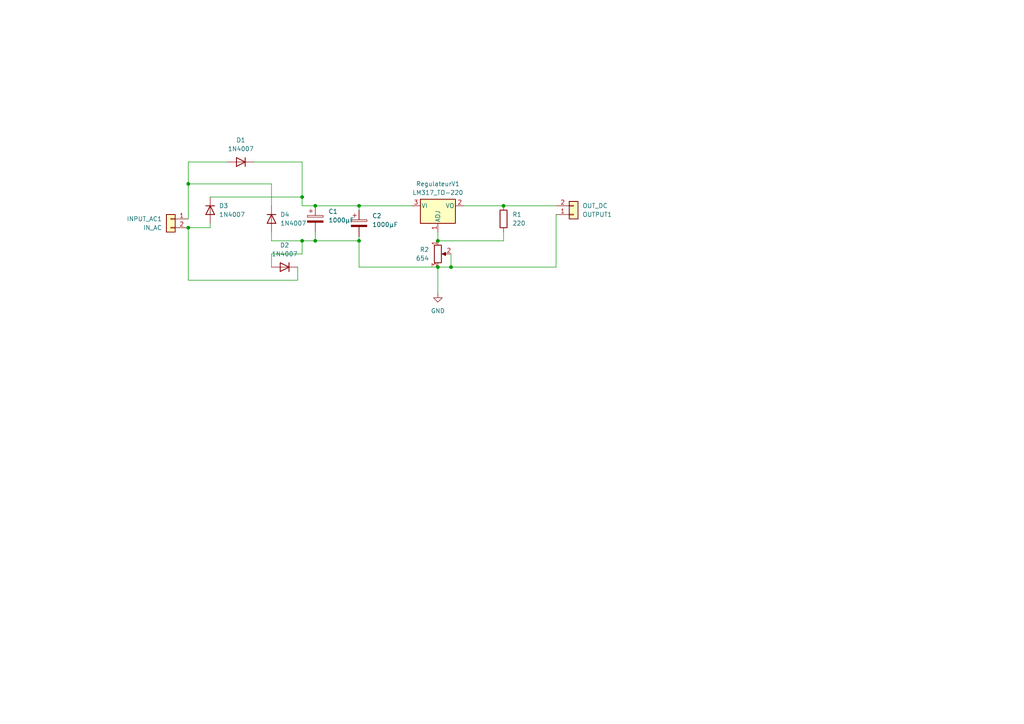
<source format=kicad_sch>
(kicad_sch
	(version 20231120)
	(generator "eeschema")
	(generator_version "8.0")
	(uuid "c44e61ec-4248-42a4-8230-7845d6bed7d8")
	(paper "A4")
	(title_block
		(title "Cicrcuit redresseur")
	)
	(lib_symbols
		(symbol "C_Polarized_1"
			(pin_numbers hide)
			(pin_names
				(offset 0.254)
			)
			(exclude_from_sim no)
			(in_bom yes)
			(on_board yes)
			(property "Reference" "C2"
				(at 3.81 2.1591 0)
				(effects
					(font
						(size 1.27 1.27)
					)
					(justify left)
				)
			)
			(property "Value" "1000μF"
				(at 3.81 -0.3809 0)
				(effects
					(font
						(size 1.27 1.27)
					)
					(justify left)
				)
			)
			(property "Footprint" "Capacitor_THT:CP_Radial_D13.0mm_P7.50mm"
				(at 0.9652 -3.81 0)
				(effects
					(font
						(size 1.27 1.27)
					)
					(hide yes)
				)
			)
			(property "Datasheet" "https://www.reboul.fr/storage/00008823.pdf"
				(at 0 0 0)
				(effects
					(font
						(size 1.27 1.27)
					)
					(hide yes)
				)
			)
			(property "Description" "Polarized capacitor"
				(at 0 0 0)
				(effects
					(font
						(size 1.27 1.27)
					)
					(hide yes)
				)
			)
			(property "ki_keywords" "cap capacitor"
				(at 0 0 0)
				(effects
					(font
						(size 1.27 1.27)
					)
					(hide yes)
				)
			)
			(property "ki_fp_filters" "CP_*"
				(at 0 0 0)
				(effects
					(font
						(size 1.27 1.27)
					)
					(hide yes)
				)
			)
			(symbol "C_Polarized_1_0_1"
				(rectangle
					(start -2.286 0.508)
					(end 2.286 1.016)
					(stroke
						(width 0)
						(type default)
					)
					(fill
						(type none)
					)
				)
				(polyline
					(pts
						(xy -1.778 2.286) (xy -0.762 2.286)
					)
					(stroke
						(width 0)
						(type default)
					)
					(fill
						(type none)
					)
				)
				(polyline
					(pts
						(xy -1.27 2.794) (xy -1.27 1.778)
					)
					(stroke
						(width 0)
						(type default)
					)
					(fill
						(type none)
					)
				)
				(rectangle
					(start 2.286 -0.508)
					(end -2.286 -1.016)
					(stroke
						(width 0)
						(type default)
					)
					(fill
						(type outline)
					)
				)
			)
			(symbol "C_Polarized_1_1_1"
				(pin passive line
					(at 0 3.81 270)
					(length 2.794)
					(name "~"
						(effects
							(font
								(size 1.27 1.27)
							)
						)
					)
					(number "1"
						(effects
							(font
								(size 1.27 1.27)
							)
						)
					)
				)
				(pin passive line
					(at 0 -3.81 90)
					(length 2.794)
					(name "~"
						(effects
							(font
								(size 1.27 1.27)
							)
						)
					)
					(number "2"
						(effects
							(font
								(size 1.27 1.27)
							)
						)
					)
				)
			)
		)
		(symbol "Connector_Generic:Conn_01x02"
			(pin_names
				(offset 1.016) hide)
			(exclude_from_sim no)
			(in_bom yes)
			(on_board yes)
			(property "Reference" "J"
				(at 0 2.54 0)
				(effects
					(font
						(size 1.27 1.27)
					)
				)
			)
			(property "Value" "Conn_01x02"
				(at 0 -5.08 0)
				(effects
					(font
						(size 1.27 1.27)
					)
				)
			)
			(property "Footprint" ""
				(at 0 0 0)
				(effects
					(font
						(size 1.27 1.27)
					)
					(hide yes)
				)
			)
			(property "Datasheet" "~"
				(at 0 0 0)
				(effects
					(font
						(size 1.27 1.27)
					)
					(hide yes)
				)
			)
			(property "Description" "Generic connector, single row, 01x02, script generated (kicad-library-utils/schlib/autogen/connector/)"
				(at 0 0 0)
				(effects
					(font
						(size 1.27 1.27)
					)
					(hide yes)
				)
			)
			(property "ki_keywords" "connector"
				(at 0 0 0)
				(effects
					(font
						(size 1.27 1.27)
					)
					(hide yes)
				)
			)
			(property "ki_fp_filters" "Connector*:*_1x??_*"
				(at 0 0 0)
				(effects
					(font
						(size 1.27 1.27)
					)
					(hide yes)
				)
			)
			(symbol "Conn_01x02_1_1"
				(rectangle
					(start -1.27 -2.413)
					(end 0 -2.667)
					(stroke
						(width 0.1524)
						(type default)
					)
					(fill
						(type none)
					)
				)
				(rectangle
					(start -1.27 0.127)
					(end 0 -0.127)
					(stroke
						(width 0.1524)
						(type default)
					)
					(fill
						(type none)
					)
				)
				(rectangle
					(start -1.27 1.27)
					(end 1.27 -3.81)
					(stroke
						(width 0.254)
						(type default)
					)
					(fill
						(type background)
					)
				)
				(pin passive line
					(at -5.08 0 0)
					(length 3.81)
					(name "Pin_1"
						(effects
							(font
								(size 1.27 1.27)
							)
						)
					)
					(number "1"
						(effects
							(font
								(size 1.27 1.27)
							)
						)
					)
				)
				(pin passive line
					(at -5.08 -2.54 0)
					(length 3.81)
					(name "Pin_2"
						(effects
							(font
								(size 1.27 1.27)
							)
						)
					)
					(number "2"
						(effects
							(font
								(size 1.27 1.27)
							)
						)
					)
				)
			)
		)
		(symbol "Device:C_Polarized"
			(pin_numbers hide)
			(pin_names
				(offset 0.254)
			)
			(exclude_from_sim no)
			(in_bom yes)
			(on_board yes)
			(property "Reference" "C"
				(at 0.635 2.54 0)
				(effects
					(font
						(size 1.27 1.27)
					)
					(justify left)
				)
			)
			(property "Value" "C_Polarized"
				(at 0.635 -2.54 0)
				(effects
					(font
						(size 1.27 1.27)
					)
					(justify left)
				)
			)
			(property "Footprint" ""
				(at 0.9652 -3.81 0)
				(effects
					(font
						(size 1.27 1.27)
					)
					(hide yes)
				)
			)
			(property "Datasheet" "~"
				(at 0 0 0)
				(effects
					(font
						(size 1.27 1.27)
					)
					(hide yes)
				)
			)
			(property "Description" "Polarized capacitor"
				(at 0 0 0)
				(effects
					(font
						(size 1.27 1.27)
					)
					(hide yes)
				)
			)
			(property "ki_keywords" "cap capacitor"
				(at 0 0 0)
				(effects
					(font
						(size 1.27 1.27)
					)
					(hide yes)
				)
			)
			(property "ki_fp_filters" "CP_*"
				(at 0 0 0)
				(effects
					(font
						(size 1.27 1.27)
					)
					(hide yes)
				)
			)
			(symbol "C_Polarized_0_1"
				(rectangle
					(start -2.286 0.508)
					(end 2.286 1.016)
					(stroke
						(width 0)
						(type default)
					)
					(fill
						(type none)
					)
				)
				(polyline
					(pts
						(xy -1.778 2.286) (xy -0.762 2.286)
					)
					(stroke
						(width 0)
						(type default)
					)
					(fill
						(type none)
					)
				)
				(polyline
					(pts
						(xy -1.27 2.794) (xy -1.27 1.778)
					)
					(stroke
						(width 0)
						(type default)
					)
					(fill
						(type none)
					)
				)
				(rectangle
					(start 2.286 -0.508)
					(end -2.286 -1.016)
					(stroke
						(width 0)
						(type default)
					)
					(fill
						(type outline)
					)
				)
			)
			(symbol "C_Polarized_1_1"
				(pin passive line
					(at 0 3.81 270)
					(length 2.794)
					(name "~"
						(effects
							(font
								(size 1.27 1.27)
							)
						)
					)
					(number "1"
						(effects
							(font
								(size 1.27 1.27)
							)
						)
					)
				)
				(pin passive line
					(at 0 -3.81 90)
					(length 2.794)
					(name "~"
						(effects
							(font
								(size 1.27 1.27)
							)
						)
					)
					(number "2"
						(effects
							(font
								(size 1.27 1.27)
							)
						)
					)
				)
			)
		)
		(symbol "Device:R"
			(pin_numbers hide)
			(pin_names
				(offset 0)
			)
			(exclude_from_sim no)
			(in_bom yes)
			(on_board yes)
			(property "Reference" "R"
				(at 2.032 0 90)
				(effects
					(font
						(size 1.27 1.27)
					)
				)
			)
			(property "Value" "R"
				(at 0 0 90)
				(effects
					(font
						(size 1.27 1.27)
					)
				)
			)
			(property "Footprint" ""
				(at -1.778 0 90)
				(effects
					(font
						(size 1.27 1.27)
					)
					(hide yes)
				)
			)
			(property "Datasheet" "~"
				(at 0 0 0)
				(effects
					(font
						(size 1.27 1.27)
					)
					(hide yes)
				)
			)
			(property "Description" "Resistor"
				(at 0 0 0)
				(effects
					(font
						(size 1.27 1.27)
					)
					(hide yes)
				)
			)
			(property "ki_keywords" "R res resistor"
				(at 0 0 0)
				(effects
					(font
						(size 1.27 1.27)
					)
					(hide yes)
				)
			)
			(property "ki_fp_filters" "R_*"
				(at 0 0 0)
				(effects
					(font
						(size 1.27 1.27)
					)
					(hide yes)
				)
			)
			(symbol "R_0_1"
				(rectangle
					(start -1.016 -2.54)
					(end 1.016 2.54)
					(stroke
						(width 0.254)
						(type default)
					)
					(fill
						(type none)
					)
				)
			)
			(symbol "R_1_1"
				(pin passive line
					(at 0 3.81 270)
					(length 1.27)
					(name "~"
						(effects
							(font
								(size 1.27 1.27)
							)
						)
					)
					(number "1"
						(effects
							(font
								(size 1.27 1.27)
							)
						)
					)
				)
				(pin passive line
					(at 0 -3.81 90)
					(length 1.27)
					(name "~"
						(effects
							(font
								(size 1.27 1.27)
							)
						)
					)
					(number "2"
						(effects
							(font
								(size 1.27 1.27)
							)
						)
					)
				)
			)
		)
		(symbol "Device:R_Potentiometer"
			(pin_names
				(offset 1.016) hide)
			(exclude_from_sim no)
			(in_bom yes)
			(on_board yes)
			(property "Reference" "RV"
				(at -4.445 0 90)
				(effects
					(font
						(size 1.27 1.27)
					)
				)
			)
			(property "Value" "R_Potentiometer"
				(at -2.54 0 90)
				(effects
					(font
						(size 1.27 1.27)
					)
				)
			)
			(property "Footprint" ""
				(at 0 0 0)
				(effects
					(font
						(size 1.27 1.27)
					)
					(hide yes)
				)
			)
			(property "Datasheet" "~"
				(at 0 0 0)
				(effects
					(font
						(size 1.27 1.27)
					)
					(hide yes)
				)
			)
			(property "Description" "Potentiometer"
				(at 0 0 0)
				(effects
					(font
						(size 1.27 1.27)
					)
					(hide yes)
				)
			)
			(property "ki_keywords" "resistor variable"
				(at 0 0 0)
				(effects
					(font
						(size 1.27 1.27)
					)
					(hide yes)
				)
			)
			(property "ki_fp_filters" "Potentiometer*"
				(at 0 0 0)
				(effects
					(font
						(size 1.27 1.27)
					)
					(hide yes)
				)
			)
			(symbol "R_Potentiometer_0_1"
				(polyline
					(pts
						(xy 2.54 0) (xy 1.524 0)
					)
					(stroke
						(width 0)
						(type default)
					)
					(fill
						(type none)
					)
				)
				(polyline
					(pts
						(xy 1.143 0) (xy 2.286 0.508) (xy 2.286 -0.508) (xy 1.143 0)
					)
					(stroke
						(width 0)
						(type default)
					)
					(fill
						(type outline)
					)
				)
				(rectangle
					(start 1.016 2.54)
					(end -1.016 -2.54)
					(stroke
						(width 0.254)
						(type default)
					)
					(fill
						(type none)
					)
				)
			)
			(symbol "R_Potentiometer_1_1"
				(pin passive line
					(at 0 3.81 270)
					(length 1.27)
					(name "1"
						(effects
							(font
								(size 1.27 1.27)
							)
						)
					)
					(number "1"
						(effects
							(font
								(size 1.27 1.27)
							)
						)
					)
				)
				(pin passive line
					(at 3.81 0 180)
					(length 1.27)
					(name "2"
						(effects
							(font
								(size 1.27 1.27)
							)
						)
					)
					(number "2"
						(effects
							(font
								(size 1.27 1.27)
							)
						)
					)
				)
				(pin passive line
					(at 0 -3.81 90)
					(length 1.27)
					(name "3"
						(effects
							(font
								(size 1.27 1.27)
							)
						)
					)
					(number "3"
						(effects
							(font
								(size 1.27 1.27)
							)
						)
					)
				)
			)
		)
		(symbol "Diode:1N4001"
			(pin_numbers hide)
			(pin_names hide)
			(exclude_from_sim no)
			(in_bom yes)
			(on_board yes)
			(property "Reference" "D"
				(at 0 2.54 0)
				(effects
					(font
						(size 1.27 1.27)
					)
				)
			)
			(property "Value" "1N4001"
				(at 0 -2.54 0)
				(effects
					(font
						(size 1.27 1.27)
					)
				)
			)
			(property "Footprint" "Diode_THT:D_DO-41_SOD81_P10.16mm_Horizontal"
				(at 0 0 0)
				(effects
					(font
						(size 1.27 1.27)
					)
					(hide yes)
				)
			)
			(property "Datasheet" "http://www.vishay.com/docs/88503/1n4001.pdf"
				(at 0 0 0)
				(effects
					(font
						(size 1.27 1.27)
					)
					(hide yes)
				)
			)
			(property "Description" "50V 1A General Purpose Rectifier Diode, DO-41"
				(at 0 0 0)
				(effects
					(font
						(size 1.27 1.27)
					)
					(hide yes)
				)
			)
			(property "Sim.Device" "D"
				(at 0 0 0)
				(effects
					(font
						(size 1.27 1.27)
					)
					(hide yes)
				)
			)
			(property "Sim.Pins" "1=K 2=A"
				(at 0 0 0)
				(effects
					(font
						(size 1.27 1.27)
					)
					(hide yes)
				)
			)
			(property "ki_keywords" "diode"
				(at 0 0 0)
				(effects
					(font
						(size 1.27 1.27)
					)
					(hide yes)
				)
			)
			(property "ki_fp_filters" "D*DO?41*"
				(at 0 0 0)
				(effects
					(font
						(size 1.27 1.27)
					)
					(hide yes)
				)
			)
			(symbol "1N4001_0_1"
				(polyline
					(pts
						(xy -1.27 1.27) (xy -1.27 -1.27)
					)
					(stroke
						(width 0.254)
						(type default)
					)
					(fill
						(type none)
					)
				)
				(polyline
					(pts
						(xy 1.27 0) (xy -1.27 0)
					)
					(stroke
						(width 0)
						(type default)
					)
					(fill
						(type none)
					)
				)
				(polyline
					(pts
						(xy 1.27 1.27) (xy 1.27 -1.27) (xy -1.27 0) (xy 1.27 1.27)
					)
					(stroke
						(width 0.254)
						(type default)
					)
					(fill
						(type none)
					)
				)
			)
			(symbol "1N4001_1_1"
				(pin passive line
					(at -3.81 0 0)
					(length 2.54)
					(name "K"
						(effects
							(font
								(size 1.27 1.27)
							)
						)
					)
					(number "1"
						(effects
							(font
								(size 1.27 1.27)
							)
						)
					)
				)
				(pin passive line
					(at 3.81 0 180)
					(length 2.54)
					(name "A"
						(effects
							(font
								(size 1.27 1.27)
							)
						)
					)
					(number "2"
						(effects
							(font
								(size 1.27 1.27)
							)
						)
					)
				)
			)
		)
		(symbol "Regulator_Linear:LM317_TO-220"
			(pin_names
				(offset 0.254)
			)
			(exclude_from_sim no)
			(in_bom yes)
			(on_board yes)
			(property "Reference" "U"
				(at -3.81 3.175 0)
				(effects
					(font
						(size 1.27 1.27)
					)
				)
			)
			(property "Value" "LM317_TO-220"
				(at 0 3.175 0)
				(effects
					(font
						(size 1.27 1.27)
					)
					(justify left)
				)
			)
			(property "Footprint" "Package_TO_SOT_THT:TO-220-3_Vertical"
				(at 0 6.35 0)
				(effects
					(font
						(size 1.27 1.27)
						(italic yes)
					)
					(hide yes)
				)
			)
			(property "Datasheet" "http://www.ti.com/lit/ds/symlink/lm317.pdf"
				(at 0 0 0)
				(effects
					(font
						(size 1.27 1.27)
					)
					(hide yes)
				)
			)
			(property "Description" "1.5A 35V Adjustable Linear Regulator, TO-220"
				(at 0 0 0)
				(effects
					(font
						(size 1.27 1.27)
					)
					(hide yes)
				)
			)
			(property "ki_keywords" "Adjustable Voltage Regulator 1A Positive"
				(at 0 0 0)
				(effects
					(font
						(size 1.27 1.27)
					)
					(hide yes)
				)
			)
			(property "ki_fp_filters" "TO?220*"
				(at 0 0 0)
				(effects
					(font
						(size 1.27 1.27)
					)
					(hide yes)
				)
			)
			(symbol "LM317_TO-220_0_1"
				(rectangle
					(start -5.08 1.905)
					(end 5.08 -5.08)
					(stroke
						(width 0.254)
						(type default)
					)
					(fill
						(type background)
					)
				)
			)
			(symbol "LM317_TO-220_1_1"
				(pin input line
					(at 0 -7.62 90)
					(length 2.54)
					(name "ADJ"
						(effects
							(font
								(size 1.27 1.27)
							)
						)
					)
					(number "1"
						(effects
							(font
								(size 1.27 1.27)
							)
						)
					)
				)
				(pin power_out line
					(at 7.62 0 180)
					(length 2.54)
					(name "VO"
						(effects
							(font
								(size 1.27 1.27)
							)
						)
					)
					(number "2"
						(effects
							(font
								(size 1.27 1.27)
							)
						)
					)
				)
				(pin power_in line
					(at -7.62 0 0)
					(length 2.54)
					(name "VI"
						(effects
							(font
								(size 1.27 1.27)
							)
						)
					)
					(number "3"
						(effects
							(font
								(size 1.27 1.27)
							)
						)
					)
				)
			)
		)
		(symbol "power:GND"
			(power)
			(pin_numbers hide)
			(pin_names
				(offset 0) hide)
			(exclude_from_sim no)
			(in_bom yes)
			(on_board yes)
			(property "Reference" "#PWR"
				(at 0 -6.35 0)
				(effects
					(font
						(size 1.27 1.27)
					)
					(hide yes)
				)
			)
			(property "Value" "GND"
				(at 0 -3.81 0)
				(effects
					(font
						(size 1.27 1.27)
					)
				)
			)
			(property "Footprint" ""
				(at 0 0 0)
				(effects
					(font
						(size 1.27 1.27)
					)
					(hide yes)
				)
			)
			(property "Datasheet" ""
				(at 0 0 0)
				(effects
					(font
						(size 1.27 1.27)
					)
					(hide yes)
				)
			)
			(property "Description" "Power symbol creates a global label with name \"GND\" , ground"
				(at 0 0 0)
				(effects
					(font
						(size 1.27 1.27)
					)
					(hide yes)
				)
			)
			(property "ki_keywords" "global power"
				(at 0 0 0)
				(effects
					(font
						(size 1.27 1.27)
					)
					(hide yes)
				)
			)
			(symbol "GND_0_1"
				(polyline
					(pts
						(xy 0 0) (xy 0 -1.27) (xy 1.27 -1.27) (xy 0 -2.54) (xy -1.27 -1.27) (xy 0 -1.27)
					)
					(stroke
						(width 0)
						(type default)
					)
					(fill
						(type none)
					)
				)
			)
			(symbol "GND_1_1"
				(pin power_in line
					(at 0 0 270)
					(length 0)
					(name "~"
						(effects
							(font
								(size 1.27 1.27)
							)
						)
					)
					(number "1"
						(effects
							(font
								(size 1.27 1.27)
							)
						)
					)
				)
			)
		)
	)
	(junction
		(at 54.61 53.34)
		(diameter 0)
		(color 0 0 0 0)
		(uuid "10dd1cc2-87ba-4dea-b403-5509215ce415")
	)
	(junction
		(at 104.14 59.69)
		(diameter 0)
		(color 0 0 0 0)
		(uuid "2ecd1444-59ab-4f98-8926-b6f13b344f3d")
	)
	(junction
		(at 54.61 66.04)
		(diameter 0)
		(color 0 0 0 0)
		(uuid "3c4bf5d0-dc1c-4682-94a5-dcb9a8f2f1a9")
	)
	(junction
		(at 91.44 59.69)
		(diameter 0)
		(color 0 0 0 0)
		(uuid "4525c000-c425-4202-8d44-24cfb28ef42f")
	)
	(junction
		(at 127 77.47)
		(diameter 0)
		(color 0 0 0 0)
		(uuid "54e85d92-33c1-4810-89bc-8efd458f2b34")
	)
	(junction
		(at 127 69.85)
		(diameter 0)
		(color 0 0 0 0)
		(uuid "6caddff7-b7da-43c3-89c0-cf089972ca3d")
	)
	(junction
		(at 104.14 69.85)
		(diameter 0)
		(color 0 0 0 0)
		(uuid "710b54ae-0204-419c-8082-c988a8fe82b1")
	)
	(junction
		(at 146.05 59.69)
		(diameter 0)
		(color 0 0 0 0)
		(uuid "74216785-1e8b-43bd-b750-dc847fe5aed6")
	)
	(junction
		(at 91.44 69.85)
		(diameter 0)
		(color 0 0 0 0)
		(uuid "77dfaf15-36a9-4b55-a5f8-7747b5f7c8c2")
	)
	(junction
		(at 87.63 69.85)
		(diameter 0)
		(color 0 0 0 0)
		(uuid "8cd32c78-ded6-4c14-87d3-91ab5095af1e")
	)
	(junction
		(at 130.81 77.47)
		(diameter 0)
		(color 0 0 0 0)
		(uuid "930202cc-3d75-4903-9287-6dbce5804f57")
	)
	(junction
		(at 87.63 57.15)
		(diameter 0)
		(color 0 0 0 0)
		(uuid "b1ea280d-1049-4be3-aac5-f67851260dbd")
	)
	(wire
		(pts
			(xy 127 77.47) (xy 127 85.09)
		)
		(stroke
			(width 0)
			(type default)
		)
		(uuid "03d42812-1789-4930-bcd6-d751dea1d438")
	)
	(wire
		(pts
			(xy 119.38 59.69) (xy 104.14 59.69)
		)
		(stroke
			(width 0)
			(type default)
		)
		(uuid "047f129e-af38-482c-a142-bc2f58a21d03")
	)
	(wire
		(pts
			(xy 130.81 73.66) (xy 130.81 77.47)
		)
		(stroke
			(width 0)
			(type default)
		)
		(uuid "112c5359-8341-44da-bbc8-b89d9c5a1b73")
	)
	(wire
		(pts
			(xy 73.66 46.99) (xy 87.63 46.99)
		)
		(stroke
			(width 0)
			(type default)
		)
		(uuid "17e29ba9-7e21-4839-b59d-8f100eabd827")
	)
	(wire
		(pts
			(xy 78.74 77.47) (xy 78.74 73.66)
		)
		(stroke
			(width 0)
			(type default)
		)
		(uuid "266b5ac1-a9fb-46f7-84d9-745a358d1cdf")
	)
	(wire
		(pts
			(xy 54.61 46.99) (xy 54.61 53.34)
		)
		(stroke
			(width 0)
			(type default)
		)
		(uuid "2bd1f433-e626-49ab-86c9-8c7c08a81a50")
	)
	(wire
		(pts
			(xy 60.96 57.15) (xy 87.63 57.15)
		)
		(stroke
			(width 0)
			(type default)
		)
		(uuid "342726c6-ea1b-4d23-9b10-c0add1a7964f")
	)
	(wire
		(pts
			(xy 104.14 59.69) (xy 104.14 60.96)
		)
		(stroke
			(width 0)
			(type default)
		)
		(uuid "383a9cf6-d5b9-4ca2-b51b-fc1dbe355e71")
	)
	(wire
		(pts
			(xy 87.63 69.85) (xy 87.63 73.66)
		)
		(stroke
			(width 0)
			(type default)
		)
		(uuid "3b7da8fd-a9fa-4171-a6a8-251e5f622775")
	)
	(wire
		(pts
			(xy 87.63 57.15) (xy 87.63 59.69)
		)
		(stroke
			(width 0)
			(type default)
		)
		(uuid "3ba9d52e-7f07-4b82-8d2d-a62b5a291875")
	)
	(wire
		(pts
			(xy 127 67.31) (xy 127 69.85)
		)
		(stroke
			(width 0)
			(type default)
		)
		(uuid "4c243770-f01d-4517-97c7-a6ede5ba93e7")
	)
	(wire
		(pts
			(xy 91.44 67.31) (xy 91.44 69.85)
		)
		(stroke
			(width 0)
			(type default)
		)
		(uuid "4f56c551-aaa5-4431-ab90-3a922182ea69")
	)
	(wire
		(pts
			(xy 78.74 53.34) (xy 54.61 53.34)
		)
		(stroke
			(width 0)
			(type default)
		)
		(uuid "5799bd9a-4b8d-4a64-9887-c14d838f9a08")
	)
	(wire
		(pts
			(xy 91.44 59.69) (xy 104.14 59.69)
		)
		(stroke
			(width 0)
			(type default)
		)
		(uuid "5cd6061e-ad10-4bfb-bc45-359ae332a63b")
	)
	(wire
		(pts
			(xy 54.61 81.28) (xy 54.61 66.04)
		)
		(stroke
			(width 0)
			(type default)
		)
		(uuid "62cfd537-923c-4e67-9c85-5c3f6eb851e6")
	)
	(wire
		(pts
			(xy 86.36 77.47) (xy 86.36 81.28)
		)
		(stroke
			(width 0)
			(type default)
		)
		(uuid "6b38754f-bf5f-4158-8237-518b9a06e6b0")
	)
	(wire
		(pts
			(xy 130.81 77.47) (xy 127 77.47)
		)
		(stroke
			(width 0)
			(type default)
		)
		(uuid "6b965806-6e08-4da0-854a-01d252a6cd2d")
	)
	(wire
		(pts
			(xy 104.14 68.58) (xy 104.14 69.85)
		)
		(stroke
			(width 0)
			(type default)
		)
		(uuid "6e5916a3-8cde-455f-90fc-d651635a6079")
	)
	(wire
		(pts
			(xy 54.61 46.99) (xy 66.04 46.99)
		)
		(stroke
			(width 0)
			(type default)
		)
		(uuid "7395b6ea-c43c-4b90-9233-17302fc5906a")
	)
	(wire
		(pts
			(xy 60.96 64.77) (xy 60.96 66.04)
		)
		(stroke
			(width 0)
			(type default)
		)
		(uuid "77f7b4ea-a384-449b-ba57-6f8ba5ab37df")
	)
	(wire
		(pts
			(xy 146.05 67.31) (xy 146.05 69.85)
		)
		(stroke
			(width 0)
			(type default)
		)
		(uuid "7bb53b30-c9ed-48ce-96cd-5e450c7d6f69")
	)
	(wire
		(pts
			(xy 78.74 67.31) (xy 78.74 69.85)
		)
		(stroke
			(width 0)
			(type default)
		)
		(uuid "7d716f9b-7f1e-43fb-9a1b-7628ce0de3c2")
	)
	(wire
		(pts
			(xy 146.05 59.69) (xy 161.29 59.69)
		)
		(stroke
			(width 0)
			(type default)
		)
		(uuid "8077c0c5-ebc3-4963-85bc-a50b00efe08d")
	)
	(wire
		(pts
			(xy 87.63 46.99) (xy 87.63 57.15)
		)
		(stroke
			(width 0)
			(type default)
		)
		(uuid "8297eb46-7809-40f8-aa6f-e997f51e5384")
	)
	(wire
		(pts
			(xy 146.05 59.69) (xy 134.62 59.69)
		)
		(stroke
			(width 0)
			(type default)
		)
		(uuid "87e42b8c-52fa-4aca-bbea-d5160d7aa284")
	)
	(wire
		(pts
			(xy 87.63 59.69) (xy 91.44 59.69)
		)
		(stroke
			(width 0)
			(type default)
		)
		(uuid "8c056133-b87c-4b7e-93dd-ca4d969e17b1")
	)
	(wire
		(pts
			(xy 127 69.85) (xy 146.05 69.85)
		)
		(stroke
			(width 0)
			(type default)
		)
		(uuid "8e44f53c-136a-4900-aac0-e9abbf0b03b5")
	)
	(wire
		(pts
			(xy 91.44 69.85) (xy 87.63 69.85)
		)
		(stroke
			(width 0)
			(type default)
		)
		(uuid "c3c3b5e5-0dbd-4f99-9053-9cdc819ce55f")
	)
	(wire
		(pts
			(xy 86.36 81.28) (xy 54.61 81.28)
		)
		(stroke
			(width 0)
			(type default)
		)
		(uuid "c4eec4b8-1cf6-4bab-a2f4-29d76dbe4482")
	)
	(wire
		(pts
			(xy 161.29 62.23) (xy 161.29 77.47)
		)
		(stroke
			(width 0)
			(type default)
		)
		(uuid "c99d52f6-07e0-45b7-880c-025681f6ab39")
	)
	(wire
		(pts
			(xy 104.14 69.85) (xy 104.14 77.47)
		)
		(stroke
			(width 0)
			(type default)
		)
		(uuid "db2bda8e-a321-4f08-8adb-39315d7f1b4c")
	)
	(wire
		(pts
			(xy 54.61 53.34) (xy 54.61 63.5)
		)
		(stroke
			(width 0)
			(type default)
		)
		(uuid "dde4fab9-ea57-4c36-b448-7c41b76dca36")
	)
	(wire
		(pts
			(xy 78.74 59.69) (xy 78.74 53.34)
		)
		(stroke
			(width 0)
			(type default)
		)
		(uuid "df8173cf-3dc7-4890-aaec-08f93d1f29f7")
	)
	(wire
		(pts
			(xy 91.44 69.85) (xy 104.14 69.85)
		)
		(stroke
			(width 0)
			(type default)
		)
		(uuid "e4928dad-455b-4c94-a1b6-924db0bb7acf")
	)
	(wire
		(pts
			(xy 78.74 73.66) (xy 87.63 73.66)
		)
		(stroke
			(width 0)
			(type default)
		)
		(uuid "ec40c0ef-a8c4-4bdd-aa8b-57b5446e3857")
	)
	(wire
		(pts
			(xy 78.74 69.85) (xy 87.63 69.85)
		)
		(stroke
			(width 0)
			(type default)
		)
		(uuid "fbb36de5-1717-4b90-8008-817700559e62")
	)
	(wire
		(pts
			(xy 60.96 66.04) (xy 54.61 66.04)
		)
		(stroke
			(width 0)
			(type default)
		)
		(uuid "fe80d42f-919c-4783-9350-33a419f2da65")
	)
	(wire
		(pts
			(xy 104.14 77.47) (xy 127 77.47)
		)
		(stroke
			(width 0)
			(type default)
		)
		(uuid "ff6a09b3-3e3f-4281-bdc5-a0cda4a237cf")
	)
	(wire
		(pts
			(xy 161.29 77.47) (xy 130.81 77.47)
		)
		(stroke
			(width 0)
			(type default)
		)
		(uuid "ff733aee-cc4f-4bc7-872d-7f26b6c162d3")
	)
	(symbol
		(lib_id "Connector_Generic:Conn_01x02")
		(at 49.53 63.5 0)
		(mirror y)
		(unit 1)
		(exclude_from_sim no)
		(in_bom yes)
		(on_board yes)
		(dnp no)
		(uuid "0ff7b5ec-2a6d-4db0-9f93-84fbaaf12e8c")
		(property "Reference" "INPUT_AC1"
			(at 46.99 63.4999 0)
			(effects
				(font
					(size 1.27 1.27)
				)
				(justify left)
			)
		)
		(property "Value" "IN_AC"
			(at 46.99 66.0399 0)
			(effects
				(font
					(size 1.27 1.27)
				)
				(justify left)
			)
		)
		(property "Footprint" "TerminalBlock_MetzConnect:TerminalBlock_MetzConnect_Type094_RT03502HBLU_1x02_P5.00mm_Horizontal"
			(at 49.53 63.5 0)
			(effects
				(font
					(size 1.27 1.27)
				)
				(hide yes)
			)
		)
		(property "Datasheet" "https://www.farnell.com/datasheets/2866634.pdf"
			(at 49.53 63.5 0)
			(effects
				(font
					(size 1.27 1.27)
				)
				(hide yes)
			)
		)
		(property "Description" "Generic connector, single row, 01x02, script generated (kicad-library-utils/schlib/autogen/connector/)"
			(at 49.53 63.5 0)
			(effects
				(font
					(size 1.27 1.27)
				)
				(hide yes)
			)
		)
		(pin "1"
			(uuid "d5b9a6ef-d8f9-455f-9936-a558bfde6538")
		)
		(pin "2"
			(uuid "e9f59c9a-f2a1-44ec-8d3a-d02481394139")
		)
		(instances
			(project ""
				(path "/c44e61ec-4248-42a4-8230-7845d6bed7d8"
					(reference "INPUT_AC1")
					(unit 1)
				)
			)
		)
	)
	(symbol
		(lib_id "Device:C_Polarized")
		(at 91.44 63.5 0)
		(unit 1)
		(exclude_from_sim no)
		(in_bom yes)
		(on_board yes)
		(dnp no)
		(uuid "16bb96c0-6669-4e30-bc21-39fe122fd4f5")
		(property "Reference" "C1"
			(at 95.25 61.3409 0)
			(effects
				(font
					(size 1.27 1.27)
				)
				(justify left)
			)
		)
		(property "Value" "1000μF"
			(at 95.25 63.8809 0)
			(effects
				(font
					(size 1.27 1.27)
				)
				(justify left)
			)
		)
		(property "Footprint" "Capacitor_THT:CP_Radial_D13.0mm_P7.50mm"
			(at 92.4052 67.31 0)
			(effects
				(font
					(size 1.27 1.27)
				)
				(hide yes)
			)
		)
		(property "Datasheet" "https://www.reboul.fr/storage/00008823.pdf"
			(at 91.44 63.5 0)
			(effects
				(font
					(size 1.27 1.27)
				)
				(hide yes)
			)
		)
		(property "Description" "Polarized capacitor"
			(at 91.44 63.5 0)
			(effects
				(font
					(size 1.27 1.27)
				)
				(hide yes)
			)
		)
		(property "Sim.Device" "C"
			(at 91.44 63.5 0)
			(effects
				(font
					(size 1.27 1.27)
				)
				(hide yes)
			)
		)
		(property "Sim.Pins" "1=+ 2=-"
			(at 91.44 63.5 0)
			(effects
				(font
					(size 1.27 1.27)
				)
				(hide yes)
			)
		)
		(pin "2"
			(uuid "e8a8ccf9-ee2e-4c10-9dee-9595b6a4ca26")
		)
		(pin "1"
			(uuid "5ef8a17c-7105-4d9b-a077-83eb4a783e37")
		)
		(instances
			(project ""
				(path "/c44e61ec-4248-42a4-8230-7845d6bed7d8"
					(reference "C1")
					(unit 1)
				)
			)
		)
	)
	(symbol
		(lib_id "Diode:1N4001")
		(at 60.96 60.96 270)
		(unit 1)
		(exclude_from_sim no)
		(in_bom yes)
		(on_board yes)
		(dnp no)
		(fields_autoplaced yes)
		(uuid "1f284066-f21f-4ea4-8290-7fba9955c100")
		(property "Reference" "D3"
			(at 63.5 59.6899 90)
			(effects
				(font
					(size 1.27 1.27)
				)
				(justify left)
			)
		)
		(property "Value" "1N4007"
			(at 63.5 62.2299 90)
			(effects
				(font
					(size 1.27 1.27)
				)
				(justify left)
			)
		)
		(property "Footprint" "Diode_THT:D_DO-41_SOD81_P10.16mm_Horizontal"
			(at 60.96 60.96 0)
			(effects
				(font
					(size 1.27 1.27)
				)
				(hide yes)
			)
		)
		(property "Datasheet" "http://www.vishay.com/docs/88503/1n4001.pdf"
			(at 60.96 60.96 0)
			(effects
				(font
					(size 1.27 1.27)
				)
				(hide yes)
			)
		)
		(property "Description" ""
			(at 60.96 60.96 0)
			(effects
				(font
					(size 1.27 1.27)
				)
				(hide yes)
			)
		)
		(property "Sim.Device" "D"
			(at 60.96 60.96 0)
			(effects
				(font
					(size 1.27 1.27)
				)
				(hide yes)
			)
		)
		(property "Sim.Pins" "1=K 2=A"
			(at 60.96 60.96 0)
			(effects
				(font
					(size 1.27 1.27)
				)
				(hide yes)
			)
		)
		(pin "1"
			(uuid "b0b5d1b4-1c1e-48f2-a410-72c4f43142d5")
		)
		(pin "2"
			(uuid "d6ca8f66-4306-4c96-a043-3b1d491ab391")
		)
		(instances
			(project "regulateur_tension"
				(path "/c44e61ec-4248-42a4-8230-7845d6bed7d8"
					(reference "D3")
					(unit 1)
				)
			)
		)
	)
	(symbol
		(lib_name "C_Polarized_1")
		(lib_id "Device:C_Polarized")
		(at 104.14 64.77 0)
		(unit 1)
		(exclude_from_sim no)
		(in_bom yes)
		(on_board yes)
		(dnp no)
		(fields_autoplaced yes)
		(uuid "3467e262-0b15-4f1d-8a1b-7efe87c1b7a7")
		(property "Reference" "C2"
			(at 107.95 62.6109 0)
			(effects
				(font
					(size 1.27 1.27)
				)
				(justify left)
			)
		)
		(property "Value" "1000μF"
			(at 107.95 65.1509 0)
			(effects
				(font
					(size 1.27 1.27)
				)
				(justify left)
			)
		)
		(property "Footprint" "Capacitor_THT:CP_Radial_D13.0mm_P7.50mm"
			(at 105.1052 68.58 0)
			(effects
				(font
					(size 1.27 1.27)
				)
				(hide yes)
			)
		)
		(property "Datasheet" "https://www.reboul.fr/storage/00008823.pdf"
			(at 104.14 64.77 0)
			(effects
				(font
					(size 1.27 1.27)
				)
				(hide yes)
			)
		)
		(property "Description" "Polarized capacitor"
			(at 104.14 64.77 0)
			(effects
				(font
					(size 1.27 1.27)
				)
				(hide yes)
			)
		)
		(pin "2"
			(uuid "004db7c1-1e92-4293-81fa-cb45653703b1")
		)
		(pin "1"
			(uuid "059da20e-216e-4b88-9ac7-bc9acb391bba")
		)
		(instances
			(project "regulateur_tension"
				(path "/c44e61ec-4248-42a4-8230-7845d6bed7d8"
					(reference "C2")
					(unit 1)
				)
			)
		)
	)
	(symbol
		(lib_id "Diode:1N4001")
		(at 69.85 46.99 180)
		(unit 1)
		(exclude_from_sim no)
		(in_bom yes)
		(on_board yes)
		(dnp no)
		(fields_autoplaced yes)
		(uuid "453cd893-6bc5-44d5-a1fd-4214f1b69bef")
		(property "Reference" "D1"
			(at 69.85 40.64 0)
			(effects
				(font
					(size 1.27 1.27)
				)
			)
		)
		(property "Value" "1N4007"
			(at 69.85 43.18 0)
			(effects
				(font
					(size 1.27 1.27)
				)
			)
		)
		(property "Footprint" "Diode_THT:D_DO-41_SOD81_P10.16mm_Horizontal"
			(at 69.85 46.99 0)
			(effects
				(font
					(size 1.27 1.27)
				)
				(hide yes)
			)
		)
		(property "Datasheet" "http://www.vishay.com/docs/88503/1n4001.pdf"
			(at 69.85 46.99 0)
			(effects
				(font
					(size 1.27 1.27)
				)
				(hide yes)
			)
		)
		(property "Description" ""
			(at 69.85 46.99 0)
			(effects
				(font
					(size 1.27 1.27)
				)
				(hide yes)
			)
		)
		(property "Sim.Device" "D"
			(at 69.85 46.99 0)
			(effects
				(font
					(size 1.27 1.27)
				)
				(hide yes)
			)
		)
		(property "Sim.Pins" "1=K 2=A"
			(at 69.85 46.99 0)
			(effects
				(font
					(size 1.27 1.27)
				)
				(hide yes)
			)
		)
		(pin "1"
			(uuid "71c34e51-e062-46d8-acd7-093b1f971b19")
		)
		(pin "2"
			(uuid "47e7573e-7294-4b4b-a3f6-0c7bde8f1dd7")
		)
		(instances
			(project "regulateur_tension"
				(path "/c44e61ec-4248-42a4-8230-7845d6bed7d8"
					(reference "D1")
					(unit 1)
				)
			)
		)
	)
	(symbol
		(lib_id "Diode:1N4001")
		(at 78.74 63.5 270)
		(unit 1)
		(exclude_from_sim no)
		(in_bom yes)
		(on_board yes)
		(dnp no)
		(fields_autoplaced yes)
		(uuid "5b312cb7-dd44-4bb0-b174-4c5b9a8edb5f")
		(property "Reference" "D4"
			(at 81.28 62.2299 90)
			(effects
				(font
					(size 1.27 1.27)
				)
				(justify left)
			)
		)
		(property "Value" "1N4007"
			(at 81.28 64.7699 90)
			(effects
				(font
					(size 1.27 1.27)
				)
				(justify left)
			)
		)
		(property "Footprint" "Diode_THT:D_DO-41_SOD81_P10.16mm_Horizontal"
			(at 78.74 63.5 0)
			(effects
				(font
					(size 1.27 1.27)
				)
				(hide yes)
			)
		)
		(property "Datasheet" "http://www.vishay.com/docs/88503/1n4001.pdf"
			(at 78.74 63.5 0)
			(effects
				(font
					(size 1.27 1.27)
				)
				(hide yes)
			)
		)
		(property "Description" ""
			(at 78.74 63.5 0)
			(effects
				(font
					(size 1.27 1.27)
				)
				(hide yes)
			)
		)
		(property "Sim.Device" "D"
			(at 78.74 63.5 0)
			(effects
				(font
					(size 1.27 1.27)
				)
				(hide yes)
			)
		)
		(property "Sim.Pins" "1=K 2=A"
			(at 78.74 63.5 0)
			(effects
				(font
					(size 1.27 1.27)
				)
				(hide yes)
			)
		)
		(pin "1"
			(uuid "f891c60b-9425-47c9-ae85-e8437f4d997b")
		)
		(pin "2"
			(uuid "4848ca40-f99d-46f2-bb2e-1f4855c66005")
		)
		(instances
			(project "regulateur_tension"
				(path "/c44e61ec-4248-42a4-8230-7845d6bed7d8"
					(reference "D4")
					(unit 1)
				)
			)
		)
	)
	(symbol
		(lib_id "power:GND")
		(at 127 85.09 0)
		(unit 1)
		(exclude_from_sim no)
		(in_bom yes)
		(on_board yes)
		(dnp no)
		(fields_autoplaced yes)
		(uuid "8fb34c19-afc2-4e7f-82a9-58378b1942e9")
		(property "Reference" "#PWR01"
			(at 127 91.44 0)
			(effects
				(font
					(size 1.27 1.27)
				)
				(hide yes)
			)
		)
		(property "Value" "GND"
			(at 127 90.17 0)
			(effects
				(font
					(size 1.27 1.27)
				)
			)
		)
		(property "Footprint" ""
			(at 127 85.09 0)
			(effects
				(font
					(size 1.27 1.27)
				)
				(hide yes)
			)
		)
		(property "Datasheet" ""
			(at 127 85.09 0)
			(effects
				(font
					(size 1.27 1.27)
				)
				(hide yes)
			)
		)
		(property "Description" "Power symbol creates a global label with name \"GND\" , ground"
			(at 127 85.09 0)
			(effects
				(font
					(size 1.27 1.27)
				)
				(hide yes)
			)
		)
		(pin "1"
			(uuid "b456d46a-0be8-4d42-98c7-0bd4ca2c273b")
		)
		(instances
			(project ""
				(path "/c44e61ec-4248-42a4-8230-7845d6bed7d8"
					(reference "#PWR01")
					(unit 1)
				)
			)
		)
	)
	(symbol
		(lib_id "Device:R")
		(at 146.05 63.5 0)
		(unit 1)
		(exclude_from_sim no)
		(in_bom yes)
		(on_board yes)
		(dnp no)
		(fields_autoplaced yes)
		(uuid "c15b3a31-6159-498c-a9a6-fd50cdb94616")
		(property "Reference" "R1"
			(at 148.59 62.2299 0)
			(effects
				(font
					(size 1.27 1.27)
				)
				(justify left)
			)
		)
		(property "Value" "220"
			(at 148.59 64.7699 0)
			(effects
				(font
					(size 1.27 1.27)
				)
				(justify left)
			)
		)
		(property "Footprint" "Resistor_THT:R_Axial_DIN0207_L6.3mm_D2.5mm_P5.08mm_Vertical"
			(at 144.272 63.5 90)
			(effects
				(font
					(size 1.27 1.27)
				)
				(hide yes)
			)
		)
		(property "Datasheet" "https://www.farnell.com/datasheets/3436052.pdf"
			(at 146.05 63.5 0)
			(effects
				(font
					(size 1.27 1.27)
				)
				(hide yes)
			)
		)
		(property "Description" "Resistor"
			(at 146.05 63.5 0)
			(effects
				(font
					(size 1.27 1.27)
				)
				(hide yes)
			)
		)
		(pin "2"
			(uuid "32444d0b-9817-4724-91b5-3af320dd4f4d")
		)
		(pin "1"
			(uuid "32e94c6c-e703-4388-9c07-7ad68da240de")
		)
		(instances
			(project ""
				(path "/c44e61ec-4248-42a4-8230-7845d6bed7d8"
					(reference "R1")
					(unit 1)
				)
			)
		)
	)
	(symbol
		(lib_id "Connector_Generic:Conn_01x02")
		(at 166.37 62.23 0)
		(mirror x)
		(unit 1)
		(exclude_from_sim no)
		(in_bom yes)
		(on_board yes)
		(dnp no)
		(uuid "d35bfbd9-a505-4be7-9f95-700e74d13168")
		(property "Reference" "OUTPUT1"
			(at 168.91 62.2301 0)
			(effects
				(font
					(size 1.27 1.27)
				)
				(justify left)
			)
		)
		(property "Value" "OUT_DC"
			(at 168.91 59.6901 0)
			(effects
				(font
					(size 1.27 1.27)
				)
				(justify left)
			)
		)
		(property "Footprint" "TerminalBlock_MetzConnect:TerminalBlock_MetzConnect_Type094_RT03502HBLU_1x02_P5.00mm_Horizontal"
			(at 166.37 62.23 0)
			(effects
				(font
					(size 1.27 1.27)
				)
				(hide yes)
			)
		)
		(property "Datasheet" "https://www.farnell.com/datasheets/2866634.pdf"
			(at 166.37 62.23 0)
			(effects
				(font
					(size 1.27 1.27)
				)
				(hide yes)
			)
		)
		(property "Description" "Generic connector, single row, 01x02, script generated (kicad-library-utils/schlib/autogen/connector/)"
			(at 166.37 62.23 0)
			(effects
				(font
					(size 1.27 1.27)
				)
				(hide yes)
			)
		)
		(property "Sim.Device" "R"
			(at 166.37 62.23 0)
			(effects
				(font
					(size 1.27 1.27)
				)
				(hide yes)
			)
		)
		(property "Sim.Pins" "1=+ 2=-"
			(at 166.37 62.23 0)
			(effects
				(font
					(size 1.27 1.27)
				)
				(hide yes)
			)
		)
		(property "Sim.Params" "r=220"
			(at 166.37 62.23 0)
			(effects
				(font
					(size 1.27 1.27)
				)
				(hide yes)
			)
		)
		(pin "1"
			(uuid "4f2634a9-d0ea-4cfb-84db-056e7e812f1a")
		)
		(pin "2"
			(uuid "71157ad4-9319-4ef2-8862-c5e3fbfe22b6")
		)
		(instances
			(project "regulateur_tension"
				(path "/c44e61ec-4248-42a4-8230-7845d6bed7d8"
					(reference "OUTPUT1")
					(unit 1)
				)
			)
		)
	)
	(symbol
		(lib_id "Diode:1N4001")
		(at 82.55 77.47 180)
		(unit 1)
		(exclude_from_sim no)
		(in_bom yes)
		(on_board yes)
		(dnp no)
		(fields_autoplaced yes)
		(uuid "e3644da3-4543-49a6-b439-ad3de0a668ce")
		(property "Reference" "D2"
			(at 82.55 71.12 0)
			(effects
				(font
					(size 1.27 1.27)
				)
			)
		)
		(property "Value" "1N4007"
			(at 82.55 73.66 0)
			(effects
				(font
					(size 1.27 1.27)
				)
			)
		)
		(property "Footprint" "Diode_THT:D_DO-41_SOD81_P10.16mm_Horizontal"
			(at 82.55 77.47 0)
			(effects
				(font
					(size 1.27 1.27)
				)
				(hide yes)
			)
		)
		(property "Datasheet" "http://www.vishay.com/docs/88503/1n4001.pdf"
			(at 82.55 77.47 0)
			(effects
				(font
					(size 1.27 1.27)
				)
				(hide yes)
			)
		)
		(property "Description" ""
			(at 82.55 77.47 0)
			(effects
				(font
					(size 1.27 1.27)
				)
				(hide yes)
			)
		)
		(property "Sim.Device" "D"
			(at 82.55 77.47 0)
			(effects
				(font
					(size 1.27 1.27)
				)
				(hide yes)
			)
		)
		(property "Sim.Pins" "1=K 2=A"
			(at 82.55 77.47 0)
			(effects
				(font
					(size 1.27 1.27)
				)
				(hide yes)
			)
		)
		(pin "1"
			(uuid "1f7c3ec9-8b51-4b77-b071-f84a0e750a8c")
		)
		(pin "2"
			(uuid "5cc2bfdb-99dc-4966-a5da-ab654f574c04")
		)
		(instances
			(project "regulateur_tension"
				(path "/c44e61ec-4248-42a4-8230-7845d6bed7d8"
					(reference "D2")
					(unit 1)
				)
			)
		)
	)
	(symbol
		(lib_id "Regulator_Linear:LM317_TO-220")
		(at 127 59.69 0)
		(unit 1)
		(exclude_from_sim no)
		(in_bom yes)
		(on_board yes)
		(dnp no)
		(fields_autoplaced yes)
		(uuid "e7c80e00-1c54-4210-9975-03584dc10f61")
		(property "Reference" "RegulateurV1"
			(at 127 53.34 0)
			(effects
				(font
					(size 1.27 1.27)
				)
			)
		)
		(property "Value" "LM317_TO-220"
			(at 127 55.88 0)
			(effects
				(font
					(size 1.27 1.27)
				)
			)
		)
		(property "Footprint" "Package_TO_SOT_THT:TO-220-3_Vertical"
			(at 127 53.34 0)
			(effects
				(font
					(size 1.27 1.27)
					(italic yes)
				)
				(hide yes)
			)
		)
		(property "Datasheet" "http://www.ti.com/lit/ds/symlink/lm317.pdf"
			(at 127 59.69 0)
			(effects
				(font
					(size 1.27 1.27)
				)
				(hide yes)
			)
		)
		(property "Description" "1.5A 35V Adjustable Linear Regulator, TO-220"
			(at 127 59.69 0)
			(effects
				(font
					(size 1.27 1.27)
				)
				(hide yes)
			)
		)
		(property "Sim.Library" "C:\\Users\\jctor\\Downloads\\LM317.lib"
			(at 127 59.69 0)
			(effects
				(font
					(size 1.27 1.27)
				)
				(hide yes)
			)
		)
		(property "Sim.Name" "LM317"
			(at 127 59.69 0)
			(effects
				(font
					(size 1.27 1.27)
				)
				(hide yes)
			)
		)
		(property "Sim.Device" "SUBCKT"
			(at 127 59.69 0)
			(effects
				(font
					(size 1.27 1.27)
				)
				(hide yes)
			)
		)
		(property "Sim.Pins" "1=IN 2=ADJ 3=OUT_0"
			(at 127 59.69 0)
			(effects
				(font
					(size 1.27 1.27)
				)
				(hide yes)
			)
		)
		(pin "1"
			(uuid "d1640828-4ab0-4b89-bc79-e08cfda56c05")
		)
		(pin "3"
			(uuid "39a79a58-6f4e-4c6e-b86d-2cc6ba22be0c")
		)
		(pin "2"
			(uuid "0e4d870d-5e00-4f9b-98ba-22eb3691b576")
		)
		(instances
			(project ""
				(path "/c44e61ec-4248-42a4-8230-7845d6bed7d8"
					(reference "RegulateurV1")
					(unit 1)
				)
			)
		)
	)
	(symbol
		(lib_id "Device:R_Potentiometer")
		(at 127 73.66 0)
		(unit 1)
		(exclude_from_sim no)
		(in_bom yes)
		(on_board yes)
		(dnp no)
		(fields_autoplaced yes)
		(uuid "fa19de86-a794-4785-bec8-36d9c9512bcb")
		(property "Reference" "R2"
			(at 124.46 72.3899 0)
			(effects
				(font
					(size 1.27 1.27)
				)
				(justify right)
			)
		)
		(property "Value" "654"
			(at 124.46 74.9299 0)
			(effects
				(font
					(size 1.27 1.27)
				)
				(justify right)
			)
		)
		(property "Footprint" "Potentiometer_THT:Potentiometer_Piher_PC-16_Single_Vertical"
			(at 127 73.66 0)
			(effects
				(font
					(size 1.27 1.27)
				)
				(hide yes)
			)
		)
		(property "Datasheet" "https://www.farnell.com/datasheets/3667870.pdf"
			(at 127 73.66 0)
			(effects
				(font
					(size 1.27 1.27)
				)
				(hide yes)
			)
		)
		(property "Description" "Potentiometer"
			(at 127 73.66 0)
			(effects
				(font
					(size 1.27 1.27)
				)
				(hide yes)
			)
		)
		(property "Sim.Device" "R"
			(at 127 73.66 0)
			(effects
				(font
					(size 1.27 1.27)
				)
				(hide yes)
			)
		)
		(property "Sim.Pins" "1=+ 2=-"
			(at 127 73.66 0)
			(effects
				(font
					(size 1.27 1.27)
				)
				(hide yes)
			)
		)
		(property "Sim.Params" "r=570"
			(at 127 73.66 0)
			(effects
				(font
					(size 1.27 1.27)
				)
				(hide yes)
			)
		)
		(pin "1"
			(uuid "adb0e887-06fa-4bf4-a7d1-8ee7299abc20")
		)
		(pin "2"
			(uuid "f1add3db-0ada-45ce-9f11-b2a9c0929892")
		)
		(pin "3"
			(uuid "b57e68e7-0ec8-4eae-a17a-971070c3fefc")
		)
		(instances
			(project ""
				(path "/c44e61ec-4248-42a4-8230-7845d6bed7d8"
					(reference "R2")
					(unit 1)
				)
			)
		)
	)
	(sheet_instances
		(path "/"
			(page "1")
		)
	)
)

</source>
